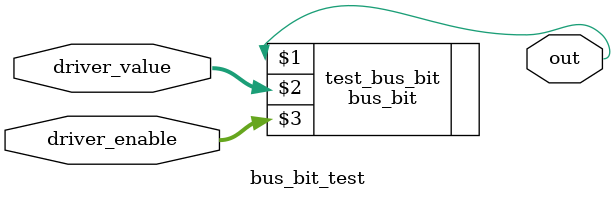
<source format=sv>
`timescale 1ns / 1ps

module bus_bit_test (
    output wire out,
    input wire [3:0] driver_value,
    input wire [3:0] driver_enable
);

bus_bit #(4) test_bus_bit(out, driver_value, driver_enable);

endmodule
</source>
